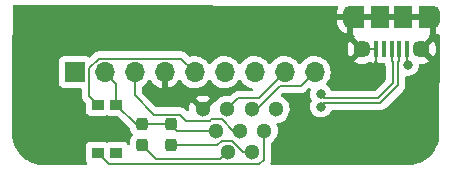
<source format=gbr>
%TF.GenerationSoftware,KiCad,Pcbnew,(6.0.0)*%
%TF.CreationDate,2022-04-23T17:17:18+01:00*%
%TF.ProjectId,BM83 prog,424d3833-2070-4726-9f67-2e6b69636164,rev?*%
%TF.SameCoordinates,Original*%
%TF.FileFunction,Copper,L1,Top*%
%TF.FilePolarity,Positive*%
%FSLAX46Y46*%
G04 Gerber Fmt 4.6, Leading zero omitted, Abs format (unit mm)*
G04 Created by KiCad (PCBNEW (6.0.0)) date 2022-04-23 17:17:18*
%MOMM*%
%LPD*%
G01*
G04 APERTURE LIST*
G04 Aperture macros list*
%AMRoundRect*
0 Rectangle with rounded corners*
0 $1 Rounding radius*
0 $2 $3 $4 $5 $6 $7 $8 $9 X,Y pos of 4 corners*
0 Add a 4 corners polygon primitive as box body*
4,1,4,$2,$3,$4,$5,$6,$7,$8,$9,$2,$3,0*
0 Add four circle primitives for the rounded corners*
1,1,$1+$1,$2,$3*
1,1,$1+$1,$4,$5*
1,1,$1+$1,$6,$7*
1,1,$1+$1,$8,$9*
0 Add four rect primitives between the rounded corners*
20,1,$1+$1,$2,$3,$4,$5,0*
20,1,$1+$1,$4,$5,$6,$7,0*
20,1,$1+$1,$6,$7,$8,$9,0*
20,1,$1+$1,$8,$9,$2,$3,0*%
G04 Aperture macros list end*
%TA.AperFunction,ComponentPad*%
%ADD10C,1.300000*%
%TD*%
%TA.AperFunction,ComponentPad*%
%ADD11C,5.000000*%
%TD*%
%TA.AperFunction,ComponentPad*%
%ADD12R,1.700000X1.700000*%
%TD*%
%TA.AperFunction,ComponentPad*%
%ADD13O,1.700000X1.700000*%
%TD*%
%TA.AperFunction,SMDPad,CuDef*%
%ADD14RoundRect,0.237500X0.237500X-0.287500X0.237500X0.287500X-0.237500X0.287500X-0.237500X-0.287500X0*%
%TD*%
%TA.AperFunction,SMDPad,CuDef*%
%ADD15R,0.400000X1.350000*%
%TD*%
%TA.AperFunction,SMDPad,CuDef*%
%ADD16R,1.200000X1.900000*%
%TD*%
%TA.AperFunction,ComponentPad*%
%ADD17C,1.450000*%
%TD*%
%TA.AperFunction,SMDPad,CuDef*%
%ADD18R,1.500000X1.900000*%
%TD*%
%TA.AperFunction,ComponentPad*%
%ADD19O,1.200000X1.900000*%
%TD*%
%TA.AperFunction,SMDPad,CuDef*%
%ADD20R,1.000000X0.900000*%
%TD*%
%TA.AperFunction,ViaPad*%
%ADD21C,0.800000*%
%TD*%
%TA.AperFunction,Conductor*%
%ADD22C,0.200000*%
%TD*%
G04 APERTURE END LIST*
D10*
%TO.P,TP34,1,1*%
%TO.N,/DP*%
X141500000Y-91144000D03*
%TD*%
%TO.P,TP31,1,1*%
%TO.N,/LED1*%
X141500000Y-94744000D03*
%TD*%
%TO.P,TP70,1,1*%
%TO.N,VBUS*%
X143500000Y-91144000D03*
%TD*%
D11*
%TO.P,REF\u002A\u002A,1*%
%TO.N,GND*%
X154700000Y-93100000D03*
%TD*%
D12*
%TO.P,J1,1,Pin_1*%
%TO.N,VBUS*%
X126450000Y-88000000D03*
D13*
%TO.P,J1,2,Pin_2*%
%TO.N,+3V3*%
X128990000Y-88000000D03*
%TO.P,J1,3,Pin_3*%
%TO.N,+1V8*%
X131530000Y-88000000D03*
%TO.P,J1,4,Pin_4*%
%TO.N,GND*%
X134070000Y-88000000D03*
%TO.P,J1,5,Pin_5*%
%TO.N,/PWR(MFB)*%
X136610000Y-88000000D03*
%TO.P,J1,6,Pin_6*%
%TO.N,/LED1*%
X139150000Y-88000000D03*
%TO.P,J1,7,Pin_7*%
%TO.N,/LED2*%
X141690000Y-88000000D03*
%TO.P,J1,8,Pin_8*%
%TO.N,/DN*%
X144230000Y-88000000D03*
%TO.P,J1,9,Pin_9*%
%TO.N,/DP*%
X146770000Y-88000000D03*
%TD*%
D14*
%TO.P,D2,1,K*%
%TO.N,/LED2*%
X132140744Y-94175000D03*
%TO.P,D2,2,A*%
%TO.N,+3V3*%
X132140744Y-92425000D03*
%TD*%
D10*
%TO.P,TP71,1,1*%
%TO.N,+3V3*%
X138400000Y-92944000D03*
%TD*%
D15*
%TO.P,J2,1,VBUS*%
%TO.N,VBUS*%
X154600000Y-86052500D03*
%TO.P,J2,2,D-*%
%TO.N,/DN*%
X153950000Y-86052500D03*
%TO.P,J2,3,D+*%
%TO.N,/DP*%
X153300000Y-86052500D03*
%TO.P,J2,4,ID*%
%TO.N,unconnected-(J2-Pad4)*%
X152650000Y-86052500D03*
%TO.P,J2,5,GND*%
%TO.N,GND*%
X152000000Y-86052500D03*
D16*
%TO.P,J2,6,Shield*%
X156200000Y-83352500D03*
D17*
X150800000Y-86052500D03*
D16*
X150400000Y-83352500D03*
D18*
X154300000Y-83352500D03*
D19*
X156800000Y-83352500D03*
X149800000Y-83352500D03*
D18*
X152300000Y-83352500D03*
D17*
X155800000Y-86052500D03*
%TD*%
D14*
%TO.P,D1,1,K*%
%TO.N,/LED1*%
X134640744Y-94175000D03*
%TO.P,D1,2,A*%
%TO.N,+3V3*%
X134640744Y-92425000D03*
%TD*%
D20*
%TO.P,MFB,1,1*%
%TO.N,/PWR(MFB)*%
X128400000Y-94850000D03*
X128400000Y-90750000D03*
%TO.P,MFB,2,2*%
%TO.N,+3V3*%
X130000000Y-90750000D03*
X130000000Y-94850000D03*
%TD*%
D10*
%TO.P,TP73,1,1*%
%TO.N,GND*%
X137300000Y-91144000D03*
%TD*%
%TO.P,TP72,1,1*%
%TO.N,+1V8*%
X140450000Y-92944000D03*
%TD*%
%TO.P,TP33,1,1*%
%TO.N,/DN*%
X139366666Y-91144000D03*
%TD*%
%TO.P,TP32,1,1*%
%TO.N,/LED2*%
X139400000Y-94744000D03*
%TD*%
D11*
%TO.P,,1*%
%TO.N,GND*%
X124000000Y-93100000D03*
%TD*%
D10*
%TO.P,TP30,1,1*%
%TO.N,/PWR(MFB)*%
X142500000Y-92944000D03*
%TD*%
D21*
%TO.N,VBUS*%
X154700000Y-87400000D03*
%TO.N,GND*%
X145500000Y-85700000D03*
X127750000Y-92850000D03*
X151700000Y-88700000D03*
X151250000Y-95300000D03*
X121900000Y-88550000D03*
X127600000Y-85700000D03*
X145500000Y-82950000D03*
X132550000Y-85700000D03*
X126800000Y-95300000D03*
X132550000Y-82950000D03*
X130250000Y-92850000D03*
X126600000Y-89900000D03*
X147750000Y-93000000D03*
X133150000Y-89950000D03*
X151250000Y-92950000D03*
X147750000Y-95300000D03*
X135200000Y-89950000D03*
X121900000Y-82950000D03*
X127600000Y-82950000D03*
X142950000Y-82950000D03*
X138250000Y-85700000D03*
X143950000Y-95300000D03*
X149550000Y-88700000D03*
X138250000Y-82950000D03*
X121900000Y-85700000D03*
X144450000Y-93000000D03*
X142950000Y-85700000D03*
X156600000Y-88650000D03*
%TO.N,/DN*%
X147300000Y-90925000D03*
%TO.N,/DP*%
X147300000Y-89875000D03*
%TD*%
D22*
%TO.N,+3V3*%
X130000000Y-89010000D02*
X128990000Y-88000000D01*
X130000000Y-90750000D02*
X130000000Y-89010000D01*
%TO.N,/LED1*%
X139792218Y-93793406D02*
X138893406Y-93793406D01*
X138893406Y-93793406D02*
X138511812Y-94175000D01*
X138511812Y-94175000D02*
X134640744Y-94175000D01*
X140742812Y-94744000D02*
X139792218Y-93793406D01*
X141500000Y-94744000D02*
X140742812Y-94744000D01*
%TO.N,+3V3*%
X132140744Y-92425000D02*
X131675000Y-92425000D01*
X132140744Y-92425000D02*
X134640744Y-92425000D01*
X131675000Y-92425000D02*
X130000000Y-90750000D01*
X135159744Y-92944000D02*
X138400000Y-92944000D01*
X135159744Y-92944000D02*
X134640744Y-92425000D01*
%TO.N,/LED2*%
X138750001Y-95393999D02*
X133359743Y-95393999D01*
X133359743Y-95393999D02*
X132140744Y-94175000D01*
X139400000Y-94744000D02*
X138750001Y-95393999D01*
%TO.N,VBUS*%
X154600000Y-86052500D02*
X154600000Y-87300000D01*
X154600000Y-87300000D02*
X154700000Y-87400000D01*
%TO.N,+1V8*%
X131530000Y-89974994D02*
X133155006Y-91600000D01*
X135898812Y-92100000D02*
X135398812Y-91600000D01*
X133155006Y-91600000D02*
X133250000Y-91600000D01*
X131530000Y-88000000D02*
X131530000Y-89974994D01*
X138894489Y-91994489D02*
X139844000Y-92944000D01*
X137900594Y-92100594D02*
X136900594Y-92100594D01*
X135398812Y-91600000D02*
X133250000Y-91600000D01*
X139844000Y-92944000D02*
X140450000Y-92944000D01*
X136900594Y-92100594D02*
X135899406Y-92100594D01*
X138006699Y-91994489D02*
X138894489Y-91994489D01*
X137900594Y-92100594D02*
X138006699Y-91994489D01*
X135899406Y-92100594D02*
X135898812Y-92100000D01*
%TO.N,GND*%
X152000000Y-86052500D02*
X150800000Y-86052500D01*
X152000000Y-86052500D02*
X152000000Y-87400000D01*
X134156000Y-88000000D02*
X134070000Y-88000000D01*
%TO.N,/PWR(MFB)*%
X127700000Y-87664345D02*
X127700000Y-90050000D01*
X127700000Y-87664345D02*
X128513856Y-86850489D01*
X128400000Y-94850000D02*
X129343519Y-95793519D01*
X135460489Y-86850489D02*
X136610000Y-88000000D01*
X128513856Y-86850489D02*
X135460489Y-86850489D01*
X142500000Y-95400000D02*
X142500000Y-92944000D01*
X129343519Y-95793519D02*
X142106481Y-95793519D01*
X127700000Y-90050000D02*
X128400000Y-90750000D01*
X142106481Y-95793519D02*
X142500000Y-95400000D01*
%TO.N,/DN*%
X153850000Y-87165001D02*
X153950000Y-87065001D01*
X153850000Y-89118200D02*
X152343199Y-90625001D01*
X142035511Y-90194489D02*
X144230000Y-88000000D01*
X147599999Y-90625001D02*
X147300000Y-90925000D01*
X139366666Y-91144000D02*
X140316177Y-90194489D01*
X140316177Y-90194489D02*
X142035511Y-90194489D01*
X153950000Y-87065001D02*
X153950000Y-86052500D01*
X152343199Y-90625001D02*
X147599999Y-90625001D01*
X153850000Y-87165001D02*
X153850000Y-89118200D01*
%TO.N,/DP*%
X141856000Y-91144000D02*
X143850489Y-89149511D01*
X153400000Y-88931800D02*
X152156801Y-90174999D01*
X153400000Y-87165001D02*
X153300000Y-87065001D01*
X153300000Y-87065001D02*
X153300000Y-86052500D01*
X141500000Y-91144000D02*
X141856000Y-91144000D01*
X145620489Y-89149511D02*
X146770000Y-88000000D01*
X153400000Y-87165001D02*
X153400000Y-88931800D01*
X152156801Y-90174999D02*
X147599999Y-90174999D01*
X143850489Y-89149511D02*
X145620489Y-89149511D01*
X147599999Y-90174999D02*
X147300000Y-89875000D01*
%TD*%
%TA.AperFunction,Conductor*%
%TO.N,GND*%
G36*
X127746319Y-82326944D02*
G01*
X148668700Y-82383186D01*
X148736764Y-82403372D01*
X148783113Y-82457152D01*
X148793028Y-82527453D01*
X148785225Y-82556284D01*
X148735039Y-82680811D01*
X148731645Y-82692270D01*
X148693143Y-82889428D01*
X148692066Y-82898291D01*
X148692000Y-82901000D01*
X148692000Y-83080385D01*
X148696475Y-83095624D01*
X148697865Y-83096829D01*
X148705548Y-83098500D01*
X157222000Y-83098500D01*
X157290121Y-83118502D01*
X157336614Y-83172158D01*
X157348000Y-83224500D01*
X157348000Y-83480500D01*
X157327998Y-83548621D01*
X157274342Y-83595114D01*
X157222000Y-83606500D01*
X157072115Y-83606500D01*
X157056876Y-83610975D01*
X157055671Y-83612365D01*
X157054000Y-83620048D01*
X157054000Y-84762902D01*
X157057973Y-84776433D01*
X157067399Y-84777788D01*
X157156537Y-84756306D01*
X157167836Y-84752415D01*
X157200903Y-84737381D01*
X157271194Y-84727395D01*
X157335725Y-84756996D01*
X157374008Y-84816786D01*
X157379052Y-84852633D01*
X157342929Y-93093384D01*
X157342679Y-93150308D01*
X157341176Y-93169165D01*
X157338660Y-93185304D01*
X157338660Y-93185307D01*
X157337278Y-93194173D01*
X157338440Y-93203072D01*
X157339624Y-93212139D01*
X157340486Y-93235539D01*
X157326200Y-93489206D01*
X157324616Y-93503246D01*
X157279186Y-93770384D01*
X157277312Y-93781402D01*
X157274167Y-93795169D01*
X157226064Y-93962055D01*
X157196022Y-94066280D01*
X157191355Y-94079611D01*
X157163801Y-94146109D01*
X157083346Y-94340276D01*
X157077214Y-94353004D01*
X156940709Y-94599925D01*
X156933191Y-94611887D01*
X156769897Y-94841978D01*
X156761087Y-94853023D01*
X156573065Y-95063382D01*
X156563074Y-95073371D01*
X156352678Y-95261363D01*
X156341632Y-95270172D01*
X156111506Y-95433432D01*
X156099547Y-95440945D01*
X155949683Y-95523761D01*
X155852602Y-95577409D01*
X155839873Y-95583538D01*
X155579201Y-95691499D01*
X155565866Y-95696165D01*
X155294735Y-95774268D01*
X155280961Y-95777411D01*
X155002799Y-95824667D01*
X154988779Y-95826247D01*
X154856088Y-95833698D01*
X154742382Y-95840083D01*
X154715936Y-95838781D01*
X154715149Y-95838659D01*
X154715145Y-95838659D01*
X154706270Y-95837277D01*
X154697369Y-95838441D01*
X154697364Y-95838441D01*
X154674741Y-95841400D01*
X154658404Y-95842464D01*
X148116450Y-95842520D01*
X143163895Y-95842562D01*
X143095774Y-95822561D01*
X143049281Y-95768905D01*
X143039176Y-95698631D01*
X143047485Y-95668344D01*
X143089678Y-95566481D01*
X143089679Y-95566478D01*
X143092838Y-95558851D01*
X143097430Y-95523971D01*
X143108500Y-95439885D01*
X143108500Y-95439880D01*
X143113750Y-95400000D01*
X143109578Y-95368307D01*
X143108500Y-95351864D01*
X143108500Y-94003193D01*
X143128502Y-93935072D01*
X143159344Y-93903261D01*
X143158993Y-93902840D01*
X143162914Y-93899579D01*
X143322693Y-93766693D01*
X143458840Y-93602993D01*
X143562876Y-93417223D01*
X143631316Y-93215605D01*
X143633134Y-93203072D01*
X143661337Y-93008561D01*
X143661337Y-93008559D01*
X143661869Y-93004891D01*
X143663463Y-92944000D01*
X143643981Y-92731976D01*
X143586186Y-92527052D01*
X143559405Y-92472745D01*
X143547215Y-92402803D01*
X143574775Y-92337373D01*
X143633333Y-92297230D01*
X143654330Y-92292321D01*
X143765890Y-92276145D01*
X143765894Y-92276144D01*
X143771605Y-92275316D01*
X143973223Y-92206876D01*
X144158993Y-92102840D01*
X144322693Y-91966693D01*
X144458840Y-91802993D01*
X144562876Y-91617223D01*
X144631316Y-91415605D01*
X144633247Y-91402293D01*
X144661337Y-91208561D01*
X144661337Y-91208559D01*
X144661869Y-91204891D01*
X144663463Y-91144000D01*
X144650890Y-91007162D01*
X144644510Y-90937730D01*
X144644509Y-90937727D01*
X144643981Y-90931976D01*
X144586186Y-90727052D01*
X144575055Y-90704479D01*
X144494570Y-90541273D01*
X144492015Y-90536092D01*
X144475757Y-90514319D01*
X144368074Y-90370114D01*
X144364622Y-90365491D01*
X144208271Y-90220963D01*
X144028201Y-90107347D01*
X144009277Y-90099797D01*
X143953419Y-90055974D01*
X143930121Y-89988909D01*
X143946779Y-89919894D01*
X143966876Y-89893673D01*
X144065633Y-89794916D01*
X144127945Y-89760890D01*
X144154728Y-89758011D01*
X145572353Y-89758011D01*
X145588796Y-89759089D01*
X145620489Y-89763261D01*
X145628678Y-89762183D01*
X145660363Y-89758012D01*
X145660373Y-89758011D01*
X145660374Y-89758011D01*
X145759946Y-89744902D01*
X145771153Y-89743427D01*
X145771155Y-89743426D01*
X145779340Y-89742349D01*
X145927365Y-89681035D01*
X145947611Y-89665500D01*
X146022561Y-89607988D01*
X146022564Y-89607985D01*
X146047926Y-89588524D01*
X146054476Y-89583498D01*
X146073947Y-89558124D01*
X146084805Y-89545744D01*
X146257676Y-89372873D01*
X146319988Y-89338847D01*
X146390803Y-89343912D01*
X146447639Y-89386459D01*
X146472450Y-89452979D01*
X146463694Y-89502866D01*
X146465473Y-89503444D01*
X146406458Y-89685072D01*
X146405768Y-89691633D01*
X146405768Y-89691635D01*
X146394166Y-89802023D01*
X146386496Y-89875000D01*
X146387186Y-89881565D01*
X146402674Y-90028922D01*
X146406458Y-90064928D01*
X146465473Y-90246556D01*
X146468776Y-90252278D01*
X146468777Y-90252279D01*
X146517691Y-90337000D01*
X146534429Y-90405995D01*
X146517691Y-90463000D01*
X146476278Y-90534730D01*
X146465473Y-90553444D01*
X146406458Y-90735072D01*
X146405768Y-90741633D01*
X146405768Y-90741635D01*
X146401779Y-90779592D01*
X146386496Y-90925000D01*
X146387186Y-90931565D01*
X146403153Y-91083478D01*
X146406458Y-91114928D01*
X146465473Y-91296556D01*
X146560960Y-91461944D01*
X146688747Y-91603866D01*
X146843248Y-91716118D01*
X146849276Y-91718802D01*
X146849278Y-91718803D01*
X147005662Y-91788429D01*
X147017712Y-91793794D01*
X147081869Y-91807431D01*
X147198056Y-91832128D01*
X147198061Y-91832128D01*
X147204513Y-91833500D01*
X147395487Y-91833500D01*
X147401939Y-91832128D01*
X147401944Y-91832128D01*
X147518131Y-91807431D01*
X147582288Y-91793794D01*
X147594338Y-91788429D01*
X147750722Y-91718803D01*
X147750724Y-91718802D01*
X147756752Y-91716118D01*
X147911253Y-91603866D01*
X148039040Y-91461944D01*
X148134527Y-91296556D01*
X148137337Y-91298178D01*
X148173763Y-91254672D01*
X148243670Y-91233501D01*
X152295063Y-91233501D01*
X152311506Y-91234579D01*
X152343199Y-91238751D01*
X152351388Y-91237673D01*
X152383073Y-91233502D01*
X152383083Y-91233501D01*
X152383084Y-91233501D01*
X152482656Y-91220392D01*
X152493863Y-91218917D01*
X152493865Y-91218916D01*
X152502050Y-91217839D01*
X152650075Y-91156525D01*
X152671214Y-91140305D01*
X152745271Y-91083478D01*
X152745274Y-91083475D01*
X152770633Y-91064016D01*
X152777186Y-91058988D01*
X152782216Y-91052433D01*
X152796651Y-91033622D01*
X152807518Y-91021231D01*
X154246234Y-89582515D01*
X154258625Y-89571648D01*
X154277437Y-89557213D01*
X154283987Y-89552187D01*
X154308474Y-89520275D01*
X154308477Y-89520272D01*
X154381523Y-89425076D01*
X154381524Y-89425075D01*
X154411572Y-89352534D01*
X154439678Y-89284679D01*
X154442838Y-89277050D01*
X154445176Y-89259295D01*
X154458500Y-89158085D01*
X154458500Y-89158078D01*
X154462672Y-89126388D01*
X154463750Y-89118200D01*
X154459578Y-89086507D01*
X154458500Y-89070064D01*
X154458500Y-88432397D01*
X154478502Y-88364276D01*
X154532158Y-88317783D01*
X154597668Y-88307087D01*
X154598058Y-88307128D01*
X154604513Y-88308500D01*
X154795487Y-88308500D01*
X154801939Y-88307128D01*
X154801944Y-88307128D01*
X154915741Y-88282939D01*
X154982288Y-88268794D01*
X154988319Y-88266109D01*
X155150722Y-88193803D01*
X155150724Y-88193802D01*
X155156752Y-88191118D01*
X155311253Y-88078866D01*
X155439040Y-87936944D01*
X155528196Y-87782522D01*
X155531223Y-87777279D01*
X155531224Y-87777278D01*
X155534527Y-87771556D01*
X155593542Y-87589928D01*
X155595641Y-87569962D01*
X155613504Y-87400000D01*
X155616064Y-87400269D01*
X155632816Y-87343218D01*
X155686472Y-87296725D01*
X155749795Y-87285818D01*
X155794524Y-87289731D01*
X155805475Y-87289731D01*
X156009446Y-87271885D01*
X156020241Y-87269982D01*
X156218012Y-87216990D01*
X156228304Y-87213244D01*
X156413868Y-87126714D01*
X156423363Y-87121231D01*
X156459197Y-87096140D01*
X156467573Y-87085661D01*
X156460505Y-87072215D01*
X155529885Y-86141595D01*
X155495859Y-86079283D01*
X155497694Y-86053632D01*
X156164408Y-86053632D01*
X156164539Y-86055465D01*
X156168790Y-86062080D01*
X156820436Y-86713726D01*
X156832211Y-86720156D01*
X156844226Y-86710860D01*
X156868731Y-86675863D01*
X156874214Y-86666368D01*
X156960744Y-86480804D01*
X156964490Y-86470512D01*
X157017482Y-86272741D01*
X157019385Y-86261946D01*
X157037231Y-86057975D01*
X157037231Y-86047025D01*
X157019385Y-85843054D01*
X157017482Y-85832259D01*
X156964490Y-85634488D01*
X156960744Y-85624196D01*
X156874214Y-85438632D01*
X156868731Y-85429137D01*
X156843640Y-85393303D01*
X156833161Y-85384927D01*
X156819715Y-85391995D01*
X156172022Y-86039688D01*
X156164408Y-86053632D01*
X155497694Y-86053632D01*
X155500924Y-86008468D01*
X155529885Y-85963405D01*
X156461226Y-85032064D01*
X156467656Y-85020290D01*
X156459493Y-85009739D01*
X156433630Y-84943621D01*
X156447618Y-84874016D01*
X156497017Y-84823023D01*
X156523652Y-84811742D01*
X156543124Y-84806025D01*
X156544329Y-84804634D01*
X156546000Y-84796951D01*
X156546000Y-83624615D01*
X156541525Y-83609376D01*
X156540135Y-83608171D01*
X156532452Y-83606500D01*
X150072115Y-83606500D01*
X150056876Y-83610975D01*
X150055671Y-83612365D01*
X150054000Y-83620048D01*
X150054000Y-84792385D01*
X150058475Y-84807624D01*
X150059865Y-84808829D01*
X150066587Y-84810291D01*
X150128900Y-84844316D01*
X150162925Y-84906628D01*
X150157861Y-84977443D01*
X150138227Y-85012083D01*
X150132427Y-85019339D01*
X150139495Y-85032785D01*
X151070115Y-85963405D01*
X151104141Y-86025717D01*
X151099076Y-86096532D01*
X151070115Y-86141595D01*
X150138774Y-87072936D01*
X150132344Y-87084711D01*
X150141640Y-87096726D01*
X150176637Y-87121231D01*
X150186132Y-87126714D01*
X150371696Y-87213244D01*
X150381988Y-87216990D01*
X150579759Y-87269982D01*
X150590554Y-87271885D01*
X150794525Y-87289731D01*
X150805475Y-87289731D01*
X151009446Y-87271885D01*
X151020241Y-87269982D01*
X151218012Y-87216990D01*
X151228304Y-87213244D01*
X151389641Y-87138011D01*
X151459833Y-87127350D01*
X151518455Y-87151379D01*
X151546352Y-87172286D01*
X151561946Y-87180824D01*
X151682394Y-87225978D01*
X151697649Y-87229605D01*
X151748514Y-87235131D01*
X151755328Y-87235500D01*
X151781885Y-87235500D01*
X151797124Y-87231025D01*
X151798329Y-87229635D01*
X151800000Y-87221952D01*
X151800000Y-87086384D01*
X151820002Y-87018263D01*
X151873658Y-86971770D01*
X151943932Y-86961666D01*
X152008512Y-86991160D01*
X152026825Y-87010817D01*
X152086739Y-87090761D01*
X152149785Y-87138011D01*
X152150760Y-87138742D01*
X152193275Y-87195601D01*
X152196091Y-87204070D01*
X152204475Y-87232623D01*
X152205865Y-87233828D01*
X152213548Y-87235499D01*
X152244669Y-87235499D01*
X152251490Y-87235129D01*
X152310207Y-87228752D01*
X152310505Y-87231498D01*
X152339446Y-87231440D01*
X152339684Y-87229245D01*
X152393867Y-87235131D01*
X152401866Y-87236000D01*
X152628003Y-87236000D01*
X152696124Y-87256002D01*
X152744412Y-87313781D01*
X152768476Y-87371877D01*
X152773503Y-87378428D01*
X152774620Y-87380363D01*
X152791500Y-87443362D01*
X152791500Y-88627561D01*
X152771498Y-88695682D01*
X152754595Y-88716656D01*
X151941657Y-89529594D01*
X151879345Y-89563620D01*
X151852562Y-89566499D01*
X148243670Y-89566499D01*
X148175549Y-89546497D01*
X148137443Y-89501760D01*
X148134527Y-89503444D01*
X148105391Y-89452979D01*
X148039040Y-89338056D01*
X148033911Y-89332359D01*
X147915675Y-89201045D01*
X147915674Y-89201044D01*
X147911253Y-89196134D01*
X147789708Y-89107826D01*
X147746355Y-89051603D01*
X147740280Y-88980867D01*
X147774830Y-88916639D01*
X147804435Y-88887137D01*
X147808096Y-88883489D01*
X147938453Y-88702077D01*
X147951995Y-88674678D01*
X148035136Y-88506453D01*
X148035137Y-88506451D01*
X148037430Y-88501811D01*
X148069900Y-88394940D01*
X148100865Y-88293023D01*
X148100865Y-88293021D01*
X148102370Y-88288069D01*
X148131529Y-88066590D01*
X148133156Y-88000000D01*
X148114852Y-87777361D01*
X148060431Y-87560702D01*
X147971354Y-87355840D01*
X147889137Y-87228752D01*
X147852822Y-87172617D01*
X147852820Y-87172614D01*
X147850014Y-87168277D01*
X147699670Y-87003051D01*
X147695619Y-86999852D01*
X147695615Y-86999848D01*
X147528414Y-86867800D01*
X147528410Y-86867798D01*
X147524359Y-86864598D01*
X147328789Y-86756638D01*
X147323920Y-86754914D01*
X147323916Y-86754912D01*
X147123087Y-86683795D01*
X147123083Y-86683794D01*
X147118212Y-86682069D01*
X147113119Y-86681162D01*
X147113116Y-86681161D01*
X146903373Y-86643800D01*
X146903367Y-86643799D01*
X146898284Y-86642894D01*
X146824452Y-86641992D01*
X146680081Y-86640228D01*
X146680079Y-86640228D01*
X146674911Y-86640165D01*
X146454091Y-86673955D01*
X146241756Y-86743357D01*
X146043607Y-86846507D01*
X146039474Y-86849610D01*
X146039471Y-86849612D01*
X145869100Y-86977530D01*
X145864965Y-86980635D01*
X145829007Y-87018263D01*
X145725369Y-87126714D01*
X145710629Y-87142138D01*
X145603201Y-87299621D01*
X145548293Y-87344621D01*
X145477768Y-87352792D01*
X145414021Y-87321538D01*
X145393324Y-87297054D01*
X145312822Y-87172617D01*
X145312820Y-87172614D01*
X145310014Y-87168277D01*
X145159670Y-87003051D01*
X145155619Y-86999852D01*
X145155615Y-86999848D01*
X144988414Y-86867800D01*
X144988410Y-86867798D01*
X144984359Y-86864598D01*
X144788789Y-86756638D01*
X144783920Y-86754914D01*
X144783916Y-86754912D01*
X144583087Y-86683795D01*
X144583083Y-86683794D01*
X144578212Y-86682069D01*
X144573119Y-86681162D01*
X144573116Y-86681161D01*
X144363373Y-86643800D01*
X144363367Y-86643799D01*
X144358284Y-86642894D01*
X144284452Y-86641992D01*
X144140081Y-86640228D01*
X144140079Y-86640228D01*
X144134911Y-86640165D01*
X143914091Y-86673955D01*
X143701756Y-86743357D01*
X143503607Y-86846507D01*
X143499474Y-86849610D01*
X143499471Y-86849612D01*
X143329100Y-86977530D01*
X143324965Y-86980635D01*
X143289007Y-87018263D01*
X143185369Y-87126714D01*
X143170629Y-87142138D01*
X143063201Y-87299621D01*
X143008293Y-87344621D01*
X142937768Y-87352792D01*
X142874021Y-87321538D01*
X142853324Y-87297054D01*
X142772822Y-87172617D01*
X142772820Y-87172614D01*
X142770014Y-87168277D01*
X142619670Y-87003051D01*
X142615619Y-86999852D01*
X142615615Y-86999848D01*
X142448414Y-86867800D01*
X142448410Y-86867798D01*
X142444359Y-86864598D01*
X142248789Y-86756638D01*
X142243920Y-86754914D01*
X142243916Y-86754912D01*
X142043087Y-86683795D01*
X142043083Y-86683794D01*
X142038212Y-86682069D01*
X142033119Y-86681162D01*
X142033116Y-86681161D01*
X141823373Y-86643800D01*
X141823367Y-86643799D01*
X141818284Y-86642894D01*
X141744452Y-86641992D01*
X141600081Y-86640228D01*
X141600079Y-86640228D01*
X141594911Y-86640165D01*
X141374091Y-86673955D01*
X141161756Y-86743357D01*
X140963607Y-86846507D01*
X140959474Y-86849610D01*
X140959471Y-86849612D01*
X140789100Y-86977530D01*
X140784965Y-86980635D01*
X140749007Y-87018263D01*
X140645369Y-87126714D01*
X140630629Y-87142138D01*
X140523201Y-87299621D01*
X140468293Y-87344621D01*
X140397768Y-87352792D01*
X140334021Y-87321538D01*
X140313324Y-87297054D01*
X140232822Y-87172617D01*
X140232820Y-87172614D01*
X140230014Y-87168277D01*
X140079670Y-87003051D01*
X140075619Y-86999852D01*
X140075615Y-86999848D01*
X139908414Y-86867800D01*
X139908410Y-86867798D01*
X139904359Y-86864598D01*
X139708789Y-86756638D01*
X139703920Y-86754914D01*
X139703916Y-86754912D01*
X139503087Y-86683795D01*
X139503083Y-86683794D01*
X139498212Y-86682069D01*
X139493119Y-86681162D01*
X139493116Y-86681161D01*
X139283373Y-86643800D01*
X139283367Y-86643799D01*
X139278284Y-86642894D01*
X139204452Y-86641992D01*
X139060081Y-86640228D01*
X139060079Y-86640228D01*
X139054911Y-86640165D01*
X138834091Y-86673955D01*
X138621756Y-86743357D01*
X138423607Y-86846507D01*
X138419474Y-86849610D01*
X138419471Y-86849612D01*
X138249100Y-86977530D01*
X138244965Y-86980635D01*
X138209007Y-87018263D01*
X138105369Y-87126714D01*
X138090629Y-87142138D01*
X137983201Y-87299621D01*
X137928293Y-87344621D01*
X137857768Y-87352792D01*
X137794021Y-87321538D01*
X137773324Y-87297054D01*
X137692822Y-87172617D01*
X137692820Y-87172614D01*
X137690014Y-87168277D01*
X137539670Y-87003051D01*
X137535619Y-86999852D01*
X137535615Y-86999848D01*
X137368414Y-86867800D01*
X137368410Y-86867798D01*
X137364359Y-86864598D01*
X137168789Y-86756638D01*
X137163920Y-86754914D01*
X137163916Y-86754912D01*
X136963087Y-86683795D01*
X136963083Y-86683794D01*
X136958212Y-86682069D01*
X136953119Y-86681162D01*
X136953116Y-86681161D01*
X136743373Y-86643800D01*
X136743367Y-86643799D01*
X136738284Y-86642894D01*
X136664452Y-86641992D01*
X136520081Y-86640228D01*
X136520079Y-86640228D01*
X136514911Y-86640165D01*
X136367627Y-86662703D01*
X136299200Y-86673173D01*
X136299197Y-86673174D01*
X136294091Y-86673955D01*
X136289176Y-86675562D01*
X136289174Y-86675562D01*
X136254890Y-86686768D01*
X136183927Y-86688921D01*
X136126648Y-86656099D01*
X135924804Y-86454255D01*
X135913937Y-86441864D01*
X135899502Y-86423052D01*
X135894476Y-86416502D01*
X135862564Y-86392015D01*
X135862561Y-86392012D01*
X135767365Y-86318965D01*
X135619340Y-86257651D01*
X135611153Y-86256573D01*
X135611152Y-86256573D01*
X135599947Y-86255098D01*
X135568751Y-86250991D01*
X135500374Y-86241989D01*
X135500371Y-86241989D01*
X135500363Y-86241988D01*
X135468678Y-86237817D01*
X135460489Y-86236739D01*
X135428796Y-86240911D01*
X135412353Y-86241989D01*
X128561992Y-86241989D01*
X128545546Y-86240911D01*
X128522044Y-86237817D01*
X128513856Y-86236739D01*
X128505668Y-86237817D01*
X128473985Y-86241988D01*
X128473976Y-86241989D01*
X128473971Y-86241989D01*
X128355006Y-86257651D01*
X128347379Y-86260810D01*
X128347376Y-86260811D01*
X128318575Y-86272741D01*
X128268294Y-86293568D01*
X128206980Y-86318965D01*
X128111784Y-86392012D01*
X128111781Y-86392015D01*
X128079869Y-86416502D01*
X128074839Y-86423057D01*
X128060404Y-86441868D01*
X128049537Y-86454259D01*
X127771256Y-86732540D01*
X127708944Y-86766566D01*
X127638129Y-86761501D01*
X127606596Y-86744271D01*
X127546705Y-86699385D01*
X127410316Y-86648255D01*
X127348134Y-86641500D01*
X125551866Y-86641500D01*
X125489684Y-86648255D01*
X125353295Y-86699385D01*
X125236739Y-86786739D01*
X125149385Y-86903295D01*
X125098255Y-87039684D01*
X125091500Y-87101866D01*
X125091500Y-88898134D01*
X125098255Y-88960316D01*
X125149385Y-89096705D01*
X125236739Y-89213261D01*
X125353295Y-89300615D01*
X125489684Y-89351745D01*
X125551866Y-89358500D01*
X126965500Y-89358500D01*
X127033621Y-89378502D01*
X127080114Y-89432158D01*
X127091500Y-89484500D01*
X127091500Y-90001864D01*
X127090422Y-90018307D01*
X127086250Y-90050000D01*
X127091500Y-90089880D01*
X127091500Y-90089885D01*
X127093518Y-90105209D01*
X127103611Y-90181874D01*
X127103611Y-90181876D01*
X127105969Y-90199785D01*
X127107162Y-90208851D01*
X127168476Y-90356876D01*
X127173503Y-90363427D01*
X127173504Y-90363429D01*
X127241520Y-90452069D01*
X127241526Y-90452075D01*
X127266013Y-90483987D01*
X127272568Y-90489017D01*
X127291379Y-90503452D01*
X127303770Y-90514319D01*
X127354595Y-90565144D01*
X127388621Y-90627456D01*
X127391500Y-90654239D01*
X127391500Y-91248134D01*
X127398255Y-91310316D01*
X127449385Y-91446705D01*
X127536739Y-91563261D01*
X127653295Y-91650615D01*
X127789684Y-91701745D01*
X127851866Y-91708500D01*
X128948134Y-91708500D01*
X129010316Y-91701745D01*
X129057586Y-91684024D01*
X129138301Y-91653766D01*
X129138304Y-91653764D01*
X129146705Y-91650615D01*
X129147024Y-91651466D01*
X129208849Y-91637945D01*
X129253166Y-91650958D01*
X129253295Y-91650615D01*
X129257981Y-91652372D01*
X129257985Y-91652373D01*
X129261696Y-91653764D01*
X129261699Y-91653766D01*
X129342414Y-91684024D01*
X129389684Y-91701745D01*
X129451866Y-91708500D01*
X130045761Y-91708500D01*
X130113882Y-91728502D01*
X130134856Y-91745405D01*
X131126289Y-92736838D01*
X131160315Y-92799150D01*
X131162520Y-92812926D01*
X131168037Y-92866093D01*
X131170218Y-92872629D01*
X131170218Y-92872631D01*
X131213107Y-93001184D01*
X131223090Y-93031107D01*
X131258671Y-93088605D01*
X131302650Y-93159674D01*
X131314628Y-93179031D01*
X131346531Y-93210879D01*
X131380610Y-93273159D01*
X131375607Y-93343979D01*
X131346687Y-93389067D01*
X131324039Y-93411755D01*
X131313815Y-93421997D01*
X131309975Y-93428227D01*
X131309974Y-93428228D01*
X131227108Y-93562662D01*
X131222535Y-93570080D01*
X131167770Y-93735191D01*
X131157244Y-93837928D01*
X131157244Y-94050781D01*
X131137242Y-94118902D01*
X131083586Y-94165395D01*
X131013312Y-94175499D01*
X130948732Y-94146005D01*
X130930418Y-94126346D01*
X130868643Y-94043920D01*
X130868642Y-94043919D01*
X130863261Y-94036739D01*
X130746705Y-93949385D01*
X130610316Y-93898255D01*
X130548134Y-93891500D01*
X129451866Y-93891500D01*
X129389684Y-93898255D01*
X129377454Y-93902840D01*
X129261699Y-93946234D01*
X129261696Y-93946236D01*
X129253295Y-93949385D01*
X129252976Y-93948534D01*
X129191151Y-93962055D01*
X129146834Y-93949042D01*
X129146705Y-93949385D01*
X129142019Y-93947628D01*
X129142015Y-93947627D01*
X129138304Y-93946236D01*
X129138301Y-93946234D01*
X129022546Y-93902840D01*
X129010316Y-93898255D01*
X128948134Y-93891500D01*
X127851866Y-93891500D01*
X127789684Y-93898255D01*
X127653295Y-93949385D01*
X127536739Y-94036739D01*
X127449385Y-94153295D01*
X127398255Y-94289684D01*
X127391500Y-94351866D01*
X127391500Y-95348134D01*
X127398255Y-95410316D01*
X127449385Y-95546705D01*
X127520155Y-95641132D01*
X127545002Y-95707637D01*
X127529949Y-95777019D01*
X127479775Y-95827250D01*
X127419329Y-95842696D01*
X124380531Y-95842722D01*
X123839946Y-95842727D01*
X123820545Y-95841224D01*
X123796926Y-95837543D01*
X123788027Y-95838705D01*
X123778960Y-95839889D01*
X123755560Y-95840751D01*
X123501892Y-95826465D01*
X123487853Y-95824881D01*
X123474211Y-95822561D01*
X123209692Y-95777576D01*
X123195930Y-95774432D01*
X122924815Y-95696286D01*
X122911488Y-95691620D01*
X122834314Y-95659643D01*
X122650823Y-95583611D01*
X122638095Y-95577479D01*
X122391174Y-95440974D01*
X122379212Y-95433456D01*
X122149121Y-95270162D01*
X122138076Y-95261352D01*
X121927717Y-95073330D01*
X121917728Y-95063339D01*
X121729736Y-94852943D01*
X121720927Y-94841897D01*
X121557667Y-94611771D01*
X121550151Y-94599807D01*
X121541706Y-94584524D01*
X121413690Y-94352867D01*
X121407561Y-94340138D01*
X121299600Y-94079466D01*
X121294934Y-94066131D01*
X121216831Y-93795000D01*
X121213688Y-93781226D01*
X121205649Y-93733907D01*
X121166432Y-93503064D01*
X121164851Y-93489035D01*
X121164696Y-93486259D01*
X121156706Y-93343979D01*
X121151016Y-93242647D01*
X121152318Y-93216201D01*
X121152440Y-93215414D01*
X121152440Y-93215410D01*
X121153822Y-93206535D01*
X121149915Y-93176660D01*
X121148854Y-93159674D01*
X121149200Y-93093384D01*
X121179099Y-87351492D01*
X121185835Y-86057975D01*
X149562769Y-86057975D01*
X149580615Y-86261946D01*
X149582518Y-86272741D01*
X149635510Y-86470512D01*
X149639256Y-86480804D01*
X149725786Y-86666368D01*
X149731269Y-86675863D01*
X149756360Y-86711697D01*
X149766839Y-86720073D01*
X149780285Y-86713005D01*
X150427978Y-86065312D01*
X150435592Y-86051368D01*
X150435461Y-86049535D01*
X150431210Y-86042920D01*
X149779564Y-85391274D01*
X149767789Y-85384844D01*
X149755774Y-85394140D01*
X149731269Y-85429137D01*
X149725786Y-85438632D01*
X149639256Y-85624196D01*
X149635510Y-85634488D01*
X149582518Y-85832259D01*
X149580615Y-85843054D01*
X149562769Y-86047025D01*
X149562769Y-86057975D01*
X121185835Y-86057975D01*
X121197841Y-83752332D01*
X148692000Y-83752332D01*
X148692285Y-83758308D01*
X148706471Y-83906994D01*
X148708730Y-83918728D01*
X148764872Y-84110099D01*
X148769302Y-84121175D01*
X148860619Y-84298478D01*
X148867069Y-84308524D01*
X148990262Y-84465357D01*
X148998499Y-84474006D01*
X149149123Y-84604712D01*
X149158847Y-84611647D01*
X149331467Y-84711510D01*
X149342331Y-84716484D01*
X149530727Y-84781907D01*
X149531716Y-84782148D01*
X149542008Y-84780680D01*
X149546000Y-84767115D01*
X149546000Y-83624615D01*
X149541525Y-83609376D01*
X149540135Y-83608171D01*
X149532452Y-83606500D01*
X148710115Y-83606500D01*
X148694876Y-83610975D01*
X148693671Y-83612365D01*
X148692000Y-83620048D01*
X148692000Y-83752332D01*
X121197841Y-83752332D01*
X121204700Y-82435043D01*
X121225056Y-82367027D01*
X121278953Y-82320814D01*
X121331037Y-82309699D01*
X127746319Y-82326944D01*
G37*
%TD.AperFunction*%
%TA.AperFunction,Conductor*%
G36*
X134266121Y-87766002D02*
G01*
X134312614Y-87819658D01*
X134324000Y-87872000D01*
X134324000Y-89318517D01*
X134328064Y-89332359D01*
X134341478Y-89334393D01*
X134348184Y-89333534D01*
X134358262Y-89331392D01*
X134562255Y-89270191D01*
X134571842Y-89266433D01*
X134763095Y-89172739D01*
X134771945Y-89167464D01*
X134945328Y-89043792D01*
X134953200Y-89037139D01*
X135104052Y-88886812D01*
X135110730Y-88878965D01*
X135238022Y-88701819D01*
X135239279Y-88702722D01*
X135286373Y-88659362D01*
X135356311Y-88647145D01*
X135421751Y-88674678D01*
X135449579Y-88706511D01*
X135509987Y-88805088D01*
X135656250Y-88973938D01*
X135828126Y-89116632D01*
X136021000Y-89229338D01*
X136025825Y-89231180D01*
X136025826Y-89231181D01*
X136098612Y-89258975D01*
X136229692Y-89309030D01*
X136234760Y-89310061D01*
X136234763Y-89310062D01*
X136329862Y-89329410D01*
X136448597Y-89353567D01*
X136453772Y-89353757D01*
X136453774Y-89353757D01*
X136666673Y-89361564D01*
X136666677Y-89361564D01*
X136671837Y-89361753D01*
X136676957Y-89361097D01*
X136676959Y-89361097D01*
X136888288Y-89334025D01*
X136888289Y-89334025D01*
X136893416Y-89333368D01*
X136898366Y-89331883D01*
X137102429Y-89270661D01*
X137102434Y-89270659D01*
X137107384Y-89269174D01*
X137307994Y-89170896D01*
X137489860Y-89041173D01*
X137526695Y-89004467D01*
X137633400Y-88898134D01*
X137648096Y-88883489D01*
X137778453Y-88702077D01*
X137779776Y-88703028D01*
X137826645Y-88659857D01*
X137896580Y-88647625D01*
X137962026Y-88675144D01*
X137989875Y-88706994D01*
X138049987Y-88805088D01*
X138196250Y-88973938D01*
X138368126Y-89116632D01*
X138561000Y-89229338D01*
X138565825Y-89231180D01*
X138565826Y-89231181D01*
X138638612Y-89258975D01*
X138769692Y-89309030D01*
X138774760Y-89310061D01*
X138774763Y-89310062D01*
X138869862Y-89329410D01*
X138988597Y-89353567D01*
X138993772Y-89353757D01*
X138993774Y-89353757D01*
X139206673Y-89361564D01*
X139206677Y-89361564D01*
X139211837Y-89361753D01*
X139216957Y-89361097D01*
X139216959Y-89361097D01*
X139428288Y-89334025D01*
X139428289Y-89334025D01*
X139433416Y-89333368D01*
X139438366Y-89331883D01*
X139642429Y-89270661D01*
X139642434Y-89270659D01*
X139647384Y-89269174D01*
X139847994Y-89170896D01*
X140029860Y-89041173D01*
X140066695Y-89004467D01*
X140173400Y-88898134D01*
X140188096Y-88883489D01*
X140318453Y-88702077D01*
X140319776Y-88703028D01*
X140366645Y-88659857D01*
X140436580Y-88647625D01*
X140502026Y-88675144D01*
X140529875Y-88706994D01*
X140589987Y-88805088D01*
X140736250Y-88973938D01*
X140908126Y-89116632D01*
X141101000Y-89229338D01*
X141105825Y-89231180D01*
X141105826Y-89231181D01*
X141178612Y-89258975D01*
X141309692Y-89309030D01*
X141356322Y-89318517D01*
X141444803Y-89336519D01*
X141507569Y-89369700D01*
X141542431Y-89431548D01*
X141538322Y-89502425D01*
X141496545Y-89559830D01*
X141430366Y-89585535D01*
X141419683Y-89585989D01*
X140364313Y-89585989D01*
X140347867Y-89584911D01*
X140324365Y-89581817D01*
X140316177Y-89580739D01*
X140307989Y-89581817D01*
X140276306Y-89585988D01*
X140276297Y-89585989D01*
X140276292Y-89585989D01*
X140157327Y-89601651D01*
X140009302Y-89662965D01*
X140009300Y-89662966D01*
X140009301Y-89662966D01*
X139914105Y-89736012D01*
X139914102Y-89736015D01*
X139882190Y-89760502D01*
X139877160Y-89767057D01*
X139862725Y-89785868D01*
X139851858Y-89798259D01*
X139681807Y-89968310D01*
X139619495Y-90002336D01*
X139568131Y-90002794D01*
X139493948Y-89988038D01*
X139493945Y-89988038D01*
X139488281Y-89986911D01*
X139482506Y-89986835D01*
X139482502Y-89986835D01*
X139375827Y-89985439D01*
X139275382Y-89984124D01*
X139269685Y-89985103D01*
X139269684Y-89985103D01*
X139071230Y-90019203D01*
X139071227Y-90019204D01*
X139065540Y-90020181D01*
X138865782Y-90093875D01*
X138843138Y-90107347D01*
X138717871Y-90181874D01*
X138682800Y-90202739D01*
X138522720Y-90343125D01*
X138519153Y-90347650D01*
X138519148Y-90347655D01*
X138413682Y-90481439D01*
X138355801Y-90522552D01*
X138305593Y-90529101D01*
X138282179Y-90527398D01*
X138268176Y-90535034D01*
X137389095Y-91414115D01*
X137326783Y-91448141D01*
X137255968Y-91443076D01*
X137210905Y-91414115D01*
X136331520Y-90534730D01*
X136319140Y-90527970D01*
X136313174Y-90532436D01*
X136228257Y-90693836D01*
X136223848Y-90704479D01*
X136164167Y-90896684D01*
X136161773Y-90907946D01*
X136138117Y-91107821D01*
X136137816Y-91119324D01*
X136141110Y-91169589D01*
X136125606Y-91238872D01*
X136075105Y-91288774D01*
X136005643Y-91303452D01*
X135939271Y-91278246D01*
X135926285Y-91266924D01*
X135863127Y-91203766D01*
X135852260Y-91191375D01*
X135837825Y-91172563D01*
X135832799Y-91166013D01*
X135800887Y-91141526D01*
X135800884Y-91141523D01*
X135766225Y-91114928D01*
X135712241Y-91073504D01*
X135712239Y-91073503D01*
X135705688Y-91068476D01*
X135557663Y-91007162D01*
X135549476Y-91006084D01*
X135549475Y-91006084D01*
X135538270Y-91004609D01*
X135507074Y-91000502D01*
X135438697Y-90991500D01*
X135438694Y-90991500D01*
X135438686Y-90991499D01*
X135407001Y-90987328D01*
X135398812Y-90986250D01*
X135367119Y-90990422D01*
X135350676Y-90991500D01*
X133459245Y-90991500D01*
X133391124Y-90971498D01*
X133370150Y-90954595D01*
X132581751Y-90166196D01*
X136686307Y-90166196D01*
X136689793Y-90174583D01*
X137287188Y-90771978D01*
X137301132Y-90779592D01*
X137302965Y-90779461D01*
X137309580Y-90775210D01*
X137906533Y-90178257D01*
X137913293Y-90165877D01*
X137907263Y-90157822D01*
X137832857Y-90110875D01*
X137822609Y-90105654D01*
X137635663Y-90031070D01*
X137624635Y-90027803D01*
X137427230Y-89988537D01*
X137415784Y-89987334D01*
X137214537Y-89984700D01*
X137203057Y-89985603D01*
X137004701Y-90019687D01*
X136993581Y-90022667D01*
X136804748Y-90092331D01*
X136794370Y-90097281D01*
X136695906Y-90155861D01*
X136686307Y-90166196D01*
X132581751Y-90166196D01*
X132175405Y-89759850D01*
X132141379Y-89697538D01*
X132138500Y-89670755D01*
X132138500Y-89293319D01*
X132158502Y-89225198D01*
X132209068Y-89180168D01*
X132219033Y-89175286D01*
X132223353Y-89173170D01*
X132223357Y-89173168D01*
X132227994Y-89170896D01*
X132232198Y-89167898D01*
X132232202Y-89167895D01*
X132321932Y-89103891D01*
X132409860Y-89041173D01*
X132446695Y-89004467D01*
X132553400Y-88898134D01*
X132568096Y-88883489D01*
X132698453Y-88702077D01*
X132699640Y-88702930D01*
X132746960Y-88659362D01*
X132816897Y-88647145D01*
X132882338Y-88674678D01*
X132910166Y-88706511D01*
X132967694Y-88800388D01*
X132973777Y-88808699D01*
X133113213Y-88969667D01*
X133120580Y-88976883D01*
X133284434Y-89112916D01*
X133292881Y-89118831D01*
X133476756Y-89226279D01*
X133486042Y-89230729D01*
X133685001Y-89306703D01*
X133694899Y-89309579D01*
X133798250Y-89330606D01*
X133812299Y-89329410D01*
X133816000Y-89319065D01*
X133816000Y-87872000D01*
X133836002Y-87803879D01*
X133889658Y-87757386D01*
X133942000Y-87746000D01*
X134198000Y-87746000D01*
X134266121Y-87766002D01*
G37*
%TD.AperFunction*%
%TD*%
M02*

</source>
